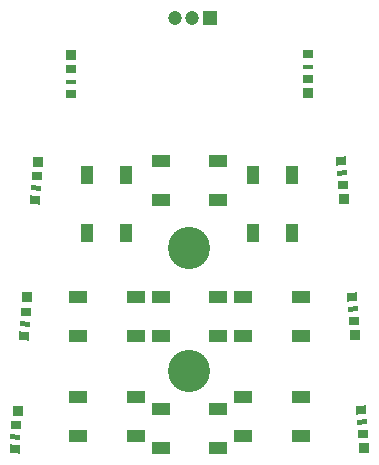
<source format=gbr>
%FSTAX23Y23*%
%MOMM*%
%SFA1B1*%

%IPPOS*%
%AMD37*
4,1,4,-0.464820,0.325120,-0.406400,-0.393700,0.464820,-0.325120,0.406400,0.393700,-0.464820,0.325120,0.0*
%
%AMD38*
4,1,4,-0.452120,0.175260,-0.419100,-0.243840,0.452120,-0.175260,0.419100,0.243840,-0.452120,0.175260,0.0*
%
%AMD39*
4,1,4,-0.462280,0.302260,-0.408940,-0.370840,0.462280,-0.302260,0.408940,0.370840,-0.462280,0.302260,0.0*
%
%AMD40*
4,1,4,-0.467360,0.375920,-0.403860,-0.444500,0.467360,-0.375920,0.403860,0.444500,-0.467360,0.375920,0.0*
%
%AMD41*
4,1,4,0.406400,-0.393700,0.464820,0.325120,-0.406400,0.393700,-0.464820,-0.325120,0.406400,-0.393700,0.0*
%
%AMD42*
4,1,4,0.419100,-0.243840,0.452120,0.175260,-0.419100,0.243840,-0.452120,-0.175260,0.419100,-0.243840,0.0*
%
%AMD43*
4,1,4,0.408940,-0.370840,0.462280,0.302260,-0.408940,0.370840,-0.462280,-0.302260,0.408940,-0.370840,0.0*
%
%AMD44*
4,1,4,0.403860,-0.444500,0.467360,0.375920,-0.403860,0.444500,-0.467360,-0.375920,0.403860,-0.444500,0.0*
%
%ADD25R,1.199998X1.199998*%
%ADD26C,1.199998*%
%ADD32R,1.575997X0.975998*%
%ADD33R,0.875998X0.725999*%
%ADD34R,0.875998X0.425999*%
%ADD35R,0.875998X0.675999*%
%ADD36R,0.875998X0.825998*%
G04~CAMADD=37~9~0.0~0.0~285.8~344.9~0.0~0.0~0~0.0~0.0~0.0~0.0~0~0.0~0.0~0.0~0.0~0~0.0~0.0~0.0~94.5~366.0~309.0*
%ADD37D37*%
G04~CAMADD=38~9~0.0~0.0~167.7~344.9~0.0~0.0~0~0.0~0.0~0.0~0.0~0~0.0~0.0~0.0~0.0~0~0.0~0.0~0.0~94.5~356.0~191.0*
%ADD38D38*%
G04~CAMADD=39~9~0.0~0.0~266.1~344.9~0.0~0.0~0~0.0~0.0~0.0~0.0~0~0.0~0.0~0.0~0.0~0~0.0~0.0~0.0~94.5~364.0~291.0*
%ADD39D39*%
G04~CAMADD=40~9~0.0~0.0~325.2~344.9~0.0~0.0~0~0.0~0.0~0.0~0.0~0~0.0~0.0~0.0~0.0~0~0.0~0.0~0.0~94.5~368.0~349.0*
%ADD40D40*%
G04~CAMADD=41~9~0.0~0.0~285.8~344.9~0.0~0.0~0~0.0~0.0~0.0~0.0~0~0.0~0.0~0.0~0.0~0~0.0~0.0~0.0~265.5~366.0~309.0*
%ADD41D41*%
G04~CAMADD=42~9~0.0~0.0~167.7~344.9~0.0~0.0~0~0.0~0.0~0.0~0.0~0~0.0~0.0~0.0~0.0~0~0.0~0.0~0.0~265.5~356.0~191.0*
%ADD42D42*%
G04~CAMADD=43~9~0.0~0.0~266.1~344.9~0.0~0.0~0~0.0~0.0~0.0~0.0~0~0.0~0.0~0.0~0.0~0~0.0~0.0~0.0~265.5~364.0~291.0*
%ADD43D43*%
G04~CAMADD=44~9~0.0~0.0~325.2~344.9~0.0~0.0~0~0.0~0.0~0.0~0.0~0~0.0~0.0~0.0~0.0~0~0.0~0.0~0.0~265.5~368.0~349.0*
%ADD44D44*%
%ADD45R,0.975998X1.575997*%
%ADD46C,3.575993*%
%LNledpcbv2_soldermask_top-1*%
%LPD*%
G54D25*
X01753Y19499D03*
G54D26*
X00254Y19499D03*
X-01245D03*
G54D32*
X-04549Y-07399D03*
Y-04099D03*
X-09449D03*
Y-07399D03*
X-04549Y-15899D03*
Y-12599D03*
X-09449D03*
Y-15899D03*
X09449D03*
Y-12599D03*
X04549D03*
Y-15899D03*
X02449Y-16899D03*
Y-13599D03*
X-02449D03*
Y-16899D03*
X02449Y-07399D03*
Y-04099D03*
X-02449D03*
Y-07399D03*
X09449D03*
Y-04099D03*
X04549D03*
Y-07399D03*
X02449Y04099D03*
Y07399D03*
X-02449D03*
Y04099D03*
G54D33*
X09999Y16424D03*
X-09999Y13074D03*
G54D34*
X09999Y15374D03*
X-09999Y14124D03*
G54D35*
X09999Y14349D03*
X-09999Y15149D03*
G54D36*
X09999Y13149D03*
X-09999Y16349D03*
G54D37*
X12848Y07413D03*
X14548Y-13668D03*
X13774Y-0408D03*
G54D38*
X1293Y06366D03*
X1463Y-14715D03*
X13857Y-05126D03*
G54D39*
X1301Y05344D03*
X14711Y-15737D03*
X13937Y-06148D03*
G54D40*
X13105Y04148D03*
X14805Y-16933D03*
X14031Y-07345D03*
G54D41*
X-1311Y04073D03*
X-14811Y-17008D03*
X-14037Y-07419D03*
G54D42*
X-13028Y0512D03*
X-14728Y-15961D03*
X-13955Y-06373D03*
G54D43*
X-12948Y06142D03*
X-14648Y-14939D03*
X-13875Y-05351D03*
G54D44*
X-12853Y07338D03*
X-14554Y-13743D03*
X-1378Y-04154D03*
G54D45*
X-08649Y01299D03*
X-05349D03*
Y06199D03*
X-08649D03*
X05349Y01299D03*
X08649D03*
Y06199D03*
X05349D03*
G54D46*
X0Y0D03*
Y-10414D03*
M02*
</source>
